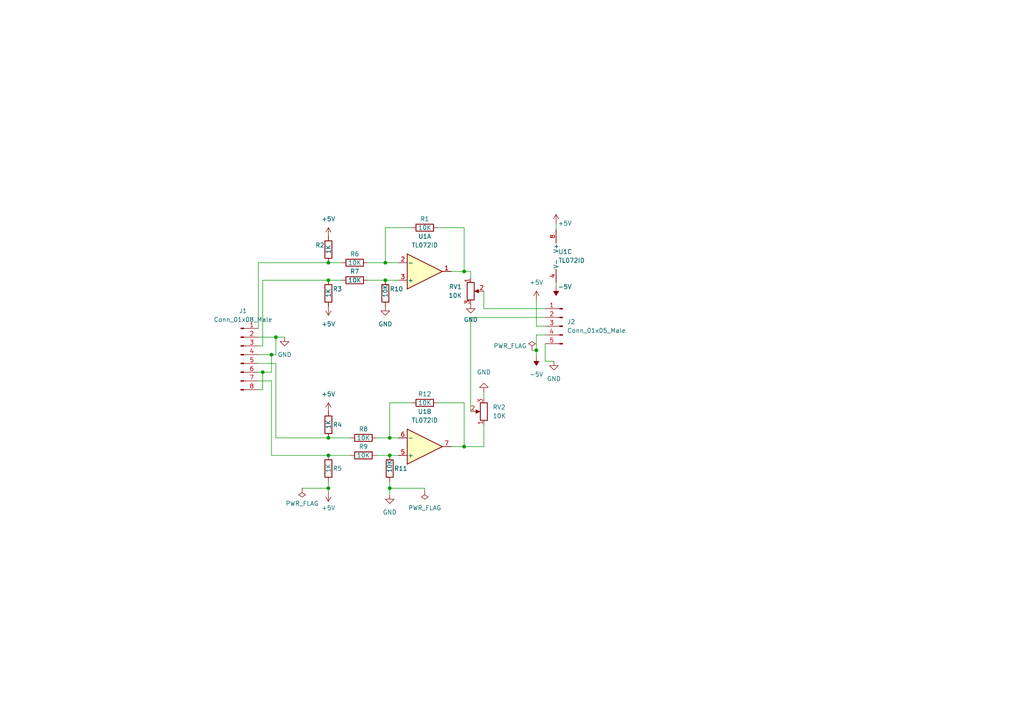
<source format=kicad_sch>
(kicad_sch (version 20211123) (generator eeschema)
  (paper "A4")
  (lib_symbols
    (symbol "Amplifier_Operational:TL072" (pin_names (offset 0.127))
      (property "Reference" "U" (at 0 5.08 0))
      (property "Value" "TL072" (at 0 -5.08 0))
      (symbol "TL072_1_1"
        (polyline (pts (xy -5.08 5.08) (xy 5.08 0) (xy -5.08 -5.08) (xy -5.08 5.08)) (stroke (width 0.254)) (fill (type background)))
        (pin output line (at 7.62 0 180) (length 2.54) (name "~") (number "1"))
        (pin input line (at -7.62 -2.54 0) (length 2.54) (name "-") (number "2"))
        (pin input line (at -7.62 2.54 0) (length 2.54) (name "+") (number "3"))
      )
      (symbol "TL072_2_1"
        (polyline (pts (xy -5.08 5.08) (xy 5.08 0) (xy -5.08 -5.08) (xy -5.08 5.08)) (stroke (width 0.254)) (fill (type background)))
        (pin input line (at -7.62 2.54 0) (length 2.54) (name "+") (number "5"))
        (pin input line (at -7.62 -2.54 0) (length 2.54) (name "-") (number "6"))
        (pin output line (at 7.62 0 180) (length 2.54) (name "~") (number "7"))
      )
      (symbol "TL072_3_1"
        (pin power_in line (at -2.54 -7.62 90) (length 3.81) (name "V-") (number "4"))
        (pin power_in line (at -2.54 7.62 270) (length 3.81) (name "V+") (number "8"))
      )
    )
    (symbol "Connector:Conn_01x05_Male" (pin_names (offset 1.016) hide)
      (property "Reference" "J" (at 0 7.62 0))
      (property "Value" "Conn_01x05_Male" (at 0 -7.62 0))
      (symbol "Conn_01x05_Male_1_1"
        (polyline (pts (xy 1.27 -5.08) (xy 0.8636 -5.08)) (stroke (width 0.1524)))
        (polyline (pts (xy 1.27 -2.54) (xy 0.8636 -2.54)) (stroke (width 0.1524)))
        (polyline (pts (xy 1.27 0) (xy 0.8636 0)) (stroke (width 0.1524)))
        (polyline (pts (xy 1.27 2.54) (xy 0.8636 2.54)) (stroke (width 0.1524)))
        (polyline (pts (xy 1.27 5.08) (xy 0.8636 5.08)) (stroke (width 0.1524)))
        (rectangle (start 0.8636 -4.953) (end 0 -5.207) (stroke (width 0.1524)) (fill (type outline)))
        (rectangle (start 0.8636 -2.413) (end 0 -2.667) (stroke (width 0.1524)) (fill (type outline)))
        (rectangle (start 0.8636 0.127) (end 0 -0.127) (stroke (width 0.1524)) (fill (type outline)))
        (rectangle (start 0.8636 2.667) (end 0 2.413) (stroke (width 0.1524)) (fill (type outline)))
        (rectangle (start 0.8636 5.207) (end 0 4.953) (stroke (width 0.1524)) (fill (type outline)))
        (pin passive line (at 5.08 5.08 180) (length 3.81) (name "Pin_1") (number "1"))
        (pin passive line (at 5.08 2.54 180) (length 3.81) (name "Pin_2") (number "2"))
        (pin passive line (at 5.08 0 180) (length 3.81) (name "Pin_3") (number "3"))
        (pin passive line (at 5.08 -2.54 180) (length 3.81) (name "Pin_4") (number "4"))
        (pin passive line (at 5.08 -5.08 180) (length 3.81) (name "Pin_5") (number "5"))
      )
    )
    (symbol "Connector:Conn_01x08_Male" (pin_names (offset 1.016) hide)
      (property "Reference" "J" (at 0 10.16 0))
      (property "Value" "Conn_01x08_Male" (at 0 -12.7 0))
      (symbol "Conn_01x08_Male_1_1"
        (polyline (pts (xy 1.27 -10.16) (xy 0.8636 -10.16)) (stroke (width 0.1524)))
        (polyline (pts (xy 1.27 -7.62) (xy 0.8636 -7.62)) (stroke (width 0.1524)))
        (polyline (pts (xy 1.27 -5.08) (xy 0.8636 -5.08)) (stroke (width 0.1524)))
        (polyline (pts (xy 1.27 -2.54) (xy 0.8636 -2.54)) (stroke (width 0.1524)))
        (polyline (pts (xy 1.27 0) (xy 0.8636 0)) (stroke (width 0.1524)))
        (polyline (pts (xy 1.27 2.54) (xy 0.8636 2.54)) (stroke (width 0.1524)))
        (polyline (pts (xy 1.27 5.08) (xy 0.8636 5.08)) (stroke (width 0.1524)))
        (polyline (pts (xy 1.27 7.62) (xy 0.8636 7.62)) (stroke (width 0.1524)))
        (rectangle (start 0.8636 -10.033) (end 0 -10.287) (stroke (width 0.1524)) (fill (type outline)))
        (rectangle (start 0.8636 -7.493) (end 0 -7.747) (stroke (width 0.1524)) (fill (type outline)))
        (rectangle (start 0.8636 -4.953) (end 0 -5.207) (stroke (width 0.1524)) (fill (type outline)))
        (rectangle (start 0.8636 -2.413) (end 0 -2.667) (stroke (width 0.1524)) (fill (type outline)))
        (rectangle (start 0.8636 0.127) (end 0 -0.127) (stroke (width 0.1524)) (fill (type outline)))
        (rectangle (start 0.8636 2.667) (end 0 2.413) (stroke (width 0.1524)) (fill (type outline)))
        (rectangle (start 0.8636 5.207) (end 0 4.953) (stroke (width 0.1524)) (fill (type outline)))
        (rectangle (start 0.8636 7.747) (end 0 7.493) (stroke (width 0.1524)) (fill (type outline)))
        (pin passive line (at 5.08 7.62 180) (length 3.81) (name "Pin_1") (number "1"))
        (pin passive line (at 5.08 5.08 180) (length 3.81) (name "Pin_2") (number "2"))
        (pin passive line (at 5.08 2.54 180) (length 3.81) (name "Pin_3") (number "3"))
        (pin passive line (at 5.08 0 180) (length 3.81) (name "Pin_4") (number "4"))
        (pin passive line (at 5.08 -2.54 180) (length 3.81) (name "Pin_5") (number "5"))
        (pin passive line (at 5.08 -5.08 180) (length 3.81) (name "Pin_6") (number "6"))
        (pin passive line (at 5.08 -7.62 180) (length 3.81) (name "Pin_7") (number "7"))
        (pin passive line (at 5.08 -10.16 180) (length 3.81) (name "Pin_8") (number "8"))
      )
    )
    (symbol "Device:R" (pin_numbers hide) (pin_names (offset 0))
      (property "Reference" "R" (at 2.032 0 90))
      (property "Value" "R" (at 0 0 90))
      (symbol "R_0_1"
        (rectangle (start -1.016 -2.54) (end 1.016 2.54) (stroke (width 0.254)))
      )
      (symbol "R_1_1"
        (pin passive line (at 0 3.81 270) (length 1.27) (name "~") (number "1"))
        (pin passive line (at 0 -3.81 90) (length 1.27) (name "~") (number "2"))
      )
    )
    (symbol "Device:R_Potentiometer" (pin_names (offset 1.016) hide)
      (property "Reference" "RV" (at -4.445 0 90))
      (property "Value" "R_Potentiometer" (at -2.54 0 90))
      (symbol "R_Potentiometer_0_1"
        (polyline (pts (xy 2.54 0) (xy 1.524 0)))
        (polyline (pts (xy 1.143 0) (xy 2.286 0.508) (xy 2.286 -0.508) (xy 1.143 0)) (fill (type outline)))
        (rectangle (start 1.016 2.54) (end -1.016 -2.54) (stroke (width 0.254)))
      )
      (symbol "R_Potentiometer_1_1"
        (pin passive line (at 0 3.81 270) (length 1.27) (name "1") (number "1"))
        (pin passive line (at 3.81 0 180) (length 1.27) (name "2") (number "2"))
        (pin passive line (at 0 -3.81 90) (length 1.27) (name "3") (number "3"))
      )
    )
    (symbol "power:+5V" (power) (pin_names (offset 0))
      (property "Value" "+5V" (at 0 3.556 0))
      (symbol "+5V_0_1"
        (polyline (pts (xy -0.762 1.27) (xy 0 2.54)))
        (polyline (pts (xy 0 0) (xy 0 2.54)))
        (polyline (pts (xy 0 2.54) (xy 0.762 1.27)))
      )
      (symbol "+5V_1_1"
        (pin power_in line (at 0 0 90) (length 0) hide (name "+5V") (number "1"))
      )
    )
    (symbol "power:-5V" (power) (pin_names (offset 0))
      (property "Value" "-5V" (at 0 3.81 0))
      (symbol "-5V_0_0"
        (pin power_in line (at 0 0 90) (length 0) hide (name "-5V") (number "1"))
      )
      (symbol "-5V_0_1"
        (polyline (pts (xy 0 0) (xy 0 1.27) (xy 0.762 1.27) (xy 0 2.54) (xy -0.762 1.27) (xy 0 1.27)) (fill (type outline)))
      )
    )
    (symbol "power:GND" (power) (pin_names (offset 0))
      (property "Value" "GND" (at 0 -3.81 0))
      (symbol "GND_0_1"
        (polyline (pts (xy 0 0) (xy 0 -1.27) (xy 1.27 -1.27) (xy 0 -2.54) (xy -1.27 -1.27) (xy 0 -1.27)))
      )
      (symbol "GND_1_1"
        (pin power_in line (at 0 0 270) (length 0) hide (name "GND") (number "1"))
      )
    )
    (symbol "power:PWR_FLAG" (power) (pin_numbers hide) (pin_names (offset 0) hide)
      (property "Value" "PWR_FLAG" (at 0 3.81 0))
      (symbol "PWR_FLAG_0_0"
        (pin power_out line (at 0 0 90) (length 0) (name "pwr") (number "1"))
      )
      (symbol "PWR_FLAG_0_1"
        (polyline (pts (xy 0 0) (xy 0 1.27) (xy -1.016 1.905) (xy 0 2.54) (xy 1.016 1.905) (xy 0 1.27)))
      )
    )
  )
  (junction (at 113.03 127))
  (junction (at 95.25 132.08))
  (junction (at 113.03 132.08))
  (junction (at 80.01 97.79))
  (junction (at 95.25 81.28))
  (junction (at 95.25 76.2))
  (junction (at 134.62 129.54))
  (junction (at 111.76 81.28))
  (junction (at 95.25 141.605))
  (junction (at 155.575 101.6))
  (junction (at 78.74 102.87))
  (junction (at 134.62 78.74))
  (junction (at 76.2 107.95))
  (junction (at 113.03 141.605))
  (junction (at 111.76 76.2))
  (junction (at 95.25 127))
  (wire (pts (xy 95.25 132.08) (xy 101.6 132.08)))
  (wire (pts (xy 80.01 105.41) (xy 74.93 105.41)))
  (wire (pts (xy 111.76 66.04) (xy 111.76 76.2)))
  (wire (pts (xy 76.2 107.95) (xy 78.74 107.95)))
  (wire (pts (xy 136.525 78.74) (xy 134.62 78.74)))
  (wire (pts (xy 127 66.04) (xy 134.62 66.04)))
  (wire (pts (xy 80.01 102.87) (xy 80.01 97.79)))
  (wire (pts (xy 113.03 141.605) (xy 123.19 141.605)))
  (wire (pts (xy 158.115 94.615) (xy 155.575 94.615)))
  (wire (pts (xy 134.62 116.84) (xy 134.62 129.54)))
  (wire (pts (xy 140.335 113.665) (xy 140.335 115.57)))
  (wire (pts (xy 87.63 141.605) (xy 95.25 141.605)))
  (wire (pts (xy 119.38 116.84) (xy 113.03 116.84)))
  (wire (pts (xy 155.575 101.6) (xy 155.575 103.505)))
  (wire (pts (xy 158.115 92.075) (xy 136.525 92.075)))
  (wire (pts (xy 95.25 127) (xy 101.6 127)))
  (wire (pts (xy 136.525 80.645) (xy 136.525 78.74)))
  (wire (pts (xy 113.03 127) (xy 115.57 127)))
  (wire (pts (xy 158.115 89.535) (xy 140.335 89.535)))
  (wire (pts (xy 109.22 132.08) (xy 113.03 132.08)))
  (wire (pts (xy 76.2 81.28) (xy 76.2 100.33)))
  (wire (pts (xy 158.115 97.155) (xy 155.575 97.155)))
  (wire (pts (xy 95.25 141.605) (xy 95.25 142.875)))
  (wire (pts (xy 106.68 76.2) (xy 111.76 76.2)))
  (wire (pts (xy 80.01 97.79) (xy 82.55 97.79)))
  (wire (pts (xy 130.81 78.74) (xy 134.62 78.74)))
  (wire (pts (xy 74.93 102.87) (xy 78.74 102.87)))
  (wire (pts (xy 109.22 127) (xy 113.03 127)))
  (wire (pts (xy 158.115 104.775) (xy 160.655 104.775)))
  (wire (pts (xy 134.62 129.54) (xy 140.335 129.54)))
  (wire (pts (xy 78.74 110.49) (xy 78.74 132.08)))
  (wire (pts (xy 78.74 107.95) (xy 78.74 102.87)))
  (wire (pts (xy 113.03 141.605) (xy 113.03 143.51)))
  (wire (pts (xy 80.01 127) (xy 95.25 127)))
  (wire (pts (xy 74.93 76.2) (xy 74.93 95.25)))
  (wire (pts (xy 95.25 76.2) (xy 74.93 76.2)))
  (wire (pts (xy 74.93 97.79) (xy 80.01 97.79)))
  (wire (pts (xy 111.76 76.2) (xy 115.57 76.2)))
  (wire (pts (xy 119.38 66.04) (xy 111.76 66.04)))
  (wire (pts (xy 111.76 81.28) (xy 115.57 81.28)))
  (wire (pts (xy 140.335 129.54) (xy 140.335 123.19)))
  (wire (pts (xy 76.2 113.03) (xy 76.2 107.95)))
  (wire (pts (xy 113.03 132.08) (xy 115.57 132.08)))
  (wire (pts (xy 123.19 141.605) (xy 123.19 142.24)))
  (wire (pts (xy 78.74 132.08) (xy 95.25 132.08)))
  (wire (pts (xy 161.29 64.77) (xy 161.29 66.675)))
  (wire (pts (xy 95.25 81.28) (xy 76.2 81.28)))
  (wire (pts (xy 158.115 99.695) (xy 158.115 104.775)))
  (wire (pts (xy 134.62 66.04) (xy 134.62 78.74)))
  (wire (pts (xy 74.93 107.95) (xy 76.2 107.95)))
  (wire (pts (xy 95.25 76.2) (xy 99.06 76.2)))
  (wire (pts (xy 113.03 116.84) (xy 113.03 127)))
  (wire (pts (xy 76.2 100.33) (xy 74.93 100.33)))
  (wire (pts (xy 74.93 113.03) (xy 76.2 113.03)))
  (wire (pts (xy 95.25 139.7) (xy 95.25 141.605)))
  (wire (pts (xy 140.335 84.455) (xy 140.335 89.535)))
  (wire (pts (xy 154.305 101.6) (xy 155.575 101.6)))
  (wire (pts (xy 113.03 139.7) (xy 113.03 141.605)))
  (wire (pts (xy 155.575 97.155) (xy 155.575 101.6)))
  (wire (pts (xy 106.68 81.28) (xy 111.76 81.28)))
  (wire (pts (xy 155.575 94.615) (xy 155.575 86.995)))
  (wire (pts (xy 74.93 110.49) (xy 78.74 110.49)))
  (wire (pts (xy 130.81 129.54) (xy 134.62 129.54)))
  (wire (pts (xy 80.01 127) (xy 80.01 105.41)))
  (wire (pts (xy 127 116.84) (xy 134.62 116.84)))
  (wire (pts (xy 95.25 81.28) (xy 99.06 81.28)))
  (wire (pts (xy 78.74 102.87) (xy 80.01 102.87)))
  (wire (pts (xy 161.29 81.915) (xy 161.29 83.185)))
  (wire (pts (xy 136.525 92.075) (xy 136.525 119.38)))
  (symbol (lib_id "Device:R") (at 102.87 81.28 90) (unit 1)
    (property "Reference" "R7" (at 102.87 78.74 90))
    (property "Value" "10K" (at 102.87 81.28 90))
    (property "Footprint" "Resistor_SMD:R_0805_2012Metric_Pad1.20x1.40mm_HandSolder" (effects hide))
  )
  (symbol (lib_id "power:+5V") (at 95.25 68.58 0) (unit 1)
    (property "Reference" "#PWR02" (effects hide))
    (property "Value" "+5V" (at 95.25 63.5 0))
  )
  (symbol (lib_id "Amplifier_Operational:TL072") (at 163.83 74.295 0) (unit 3)
    (property "Reference" "U1" (at 161.925 73.0249 0) (effects (justify left)))
    (property "Value" "TL072ID" (at 161.925 75.5649 0) (effects (justify left)))
    (property "Footprint" "Package_SO:SO-8_3.9x4.9mm_P1.27mm" (effects hide))
    (property "Datasheet" "http://www.ti.com/lit/ds/symlink/tl071.pdf" (effects hide))
  )
  (symbol (lib_id "power:GND") (at 140.335 113.665 180) (unit 1)
    (property "Reference" "#PWR?" (effects hide))
    (property "Value" "GND" (at 140.335 107.95 0))
  )
  (symbol (lib_id "Device:R_Potentiometer") (at 136.525 84.455 0) (unit 1)
    (property "Reference" "RV1" (at 133.985 83.1849 0) (effects (justify right)))
    (property "Value" "10K" (at 133.985 85.7249 0) (effects (justify right)))
    (property "Footprint" "Potentiometer_THT:Potentiometer_Bourns_3296W_Vertical" (effects hide))
  )
  (symbol (lib_id "Connector:Conn_01x05_Male") (at 163.195 94.615 0) (mirror y) (unit 1)
    (property "Reference" "J2" (at 164.465 93.3449 0) (effects (justify right)))
    (property "Value" "Conn_01x05_Male" (at 164.465 95.8849 0) (effects (justify right)))
    (property "Footprint" "Connector_PinSocket_2.54mm:PinSocket_1x05_P2.54mm_Vertical" (effects hide))
  )
  (symbol (lib_id "power:GND") (at 160.655 104.775 0) (unit 1)
    (property "Reference" "#PWR010" (effects hide))
    (property "Value" "GND" (at 160.655 109.855 0))
  )
  (symbol (lib_id "power:+5V") (at 161.29 64.77 0) (unit 1)
    (property "Reference" "#PWR0103" (effects hide))
    (property "Value" "+5V" (at 163.83 64.77 0))
  )
  (symbol (lib_id "power:PWR_FLAG") (at 154.305 101.6 0) (unit 1)
    (property "Reference" "#FLG0103" (effects hide))
    (property "Value" "PWR_FLAG" (at 147.955 100.33 0))
  )
  (symbol (lib_id "power:-5V") (at 161.29 83.185 180) (unit 1)
    (property "Reference" "#PWR0102" (effects hide))
    (property "Value" "-5V" (at 163.83 83.185 0))
  )
  (symbol (lib_id "power:GND") (at 136.525 88.265 0) (unit 1)
    (property "Reference" "#PWR?" (effects hide))
    (property "Value" "GND" (at 136.525 92.71 0))
  )
  (symbol (lib_id "Device:R") (at 113.03 135.89 180) (unit 1)
    (property "Reference" "R11" (at 114.3 135.89 0) (effects (justify right)))
    (property "Value" "10K" (at 113.03 137.16 90) (effects (justify right)))
    (property "Footprint" "Resistor_SMD:R_0805_2012Metric_Pad1.20x1.40mm_HandSolder" (effects hide))
  )
  (symbol (lib_id "power:-5V") (at 155.575 103.505 180) (unit 1)
    (property "Reference" "#PWR09" (effects hide))
    (property "Value" "-5V" (at 155.575 108.585 0))
  )
  (symbol (lib_id "Device:R") (at 105.41 127 270) (unit 1)
    (property "Reference" "R8" (at 105.41 124.46 90))
    (property "Value" "10K" (at 105.41 127 90))
    (property "Footprint" "Resistor_SMD:R_0805_2012Metric_Pad1.20x1.40mm_HandSolder" (effects hide))
  )
  (symbol (lib_id "power:+5V") (at 95.25 119.38 0) (unit 1)
    (property "Reference" "#PWR04" (effects hide))
    (property "Value" "+5V" (at 95.25 114.3 0))
  )
  (symbol (lib_id "Amplifier_Operational:TL072") (at 123.19 129.54 0) (mirror x) (unit 2)
    (property "Reference" "U1" (at 123.19 119.38 0))
    (property "Value" "TL072ID" (at 123.19 121.92 0))
    (property "Footprint" "Package_SO:SO-8_3.9x4.9mm_P1.27mm" (effects hide))
    (property "Datasheet" "http://www.ti.com/lit/ds/symlink/tl071.pdf" (effects hide))
  )
  (symbol (lib_id "Device:R") (at 95.25 85.09 0) (unit 1)
    (property "Reference" "R3" (at 96.52 83.82 0) (effects (justify left)))
    (property "Value" "1K" (at 95.25 86.36 90) (effects (justify left)))
    (property "Footprint" "Resistor_SMD:R_0805_2012Metric_Pad1.20x1.40mm_HandSolder" (effects hide))
  )
  (symbol (lib_id "power:+5V") (at 155.575 86.995 0) (unit 1)
    (property "Reference" "#PWR08" (effects hide))
    (property "Value" "+5V" (at 155.575 81.915 0))
  )
  (symbol (lib_id "Connector:Conn_01x08_Male") (at 69.85 102.87 0) (unit 1)
    (property "Reference" "J1" (at 70.485 90.17 0))
    (property "Value" "Conn_01x08_Male" (at 70.485 92.71 0))
    (property "Footprint" "Connector_PinSocket_2.54mm:PinSocket_1x08_P2.54mm_Vertical" (effects hide))
  )
  (symbol (lib_id "Device:R") (at 123.19 66.04 90) (unit 1)
    (property "Reference" "R1" (at 123.19 63.5 90))
    (property "Value" "10K" (at 123.19 66.04 90))
    (property "Footprint" "Resistor_SMD:R_0805_2012Metric_Pad1.20x1.40mm_HandSolder" (effects hide))
  )
  (symbol (lib_id "power:GND") (at 113.03 143.51 0) (unit 1)
    (property "Reference" "#PWR07" (effects hide))
    (property "Value" "GND" (at 113.03 148.59 0))
  )
  (symbol (lib_id "Device:R") (at 105.41 132.08 90) (unit 1)
    (property "Reference" "R9" (at 105.41 129.54 90))
    (property "Value" "10K" (at 105.41 132.08 90))
    (property "Footprint" "Resistor_SMD:R_0805_2012Metric_Pad1.20x1.40mm_HandSolder" (effects hide))
  )
  (symbol (lib_id "power:GND") (at 111.76 88.9 0) (unit 1)
    (property "Reference" "#PWR06" (effects hide))
    (property "Value" "GND" (at 111.76 93.98 0))
  )
  (symbol (lib_id "power:+5V") (at 95.25 142.875 180) (unit 1)
    (property "Reference" "#PWR0101" (effects hide))
    (property "Value" "+5V" (at 95.25 147.32 0))
  )
  (symbol (lib_id "power:+5V") (at 95.25 88.9 180) (unit 1)
    (property "Reference" "#PWR03" (effects hide))
    (property "Value" "+5V" (at 95.25 93.98 0))
  )
  (symbol (lib_id "Device:R") (at 123.19 116.84 90) (unit 1)
    (property "Reference" "R12" (at 123.19 114.3 90))
    (property "Value" "10K" (at 123.19 116.84 90))
    (property "Footprint" "Resistor_SMD:R_0805_2012Metric_Pad1.20x1.40mm_HandSolder" (effects hide))
  )
  (symbol (lib_id "power:GND") (at 82.55 97.79 0) (unit 1)
    (property "Reference" "#PWR01" (effects hide))
    (property "Value" "GND" (at 82.55 102.87 0))
  )
  (symbol (lib_id "Amplifier_Operational:TL072") (at 123.19 78.74 0) (mirror x) (unit 1)
    (property "Reference" "U1" (at 123.19 68.58 0))
    (property "Value" "TL072ID" (at 123.19 71.12 0))
    (property "Footprint" "Package_SO:SO-8_3.9x4.9mm_P1.27mm" (effects hide))
    (property "Datasheet" "http://www.ti.com/lit/ds/symlink/tl071.pdf" (effects hide))
  )
  (symbol (lib_id "Device:R_Potentiometer") (at 140.335 119.38 180) (unit 1)
    (property "Reference" "RV2" (at 142.875 118.1099 0) (effects (justify right)))
    (property "Value" "10K" (at 142.875 120.6499 0) (effects (justify right)))
    (property "Footprint" "Potentiometer_THT:Potentiometer_Bourns_3296W_Vertical" (effects hide))
  )
  (symbol (lib_id "Device:R") (at 95.25 72.39 0) (unit 1)
    (property "Reference" "R2" (at 91.44 71.12 0) (effects (justify left)))
    (property "Value" "1K" (at 95.25 73.66 90) (effects (justify left)))
    (property "Footprint" "Resistor_SMD:R_0805_2012Metric_Pad1.20x1.40mm_HandSolder" (effects hide))
  )
  (symbol (lib_id "Device:R") (at 111.76 85.09 180) (unit 1)
    (property "Reference" "R10" (at 113.03 83.82 0) (effects (justify right)))
    (property "Value" "10K" (at 111.76 86.36 90) (effects (justify right)))
    (property "Footprint" "Resistor_SMD:R_0805_2012Metric_Pad1.20x1.40mm_HandSolder" (effects hide))
  )
  (symbol (lib_id "Device:R") (at 95.25 123.19 0) (unit 1)
    (property "Reference" "R4" (at 96.52 123.19 0) (effects (justify left)))
    (property "Value" "1K" (at 95.25 124.46 90) (effects (justify left)))
    (property "Footprint" "Resistor_SMD:R_0805_2012Metric_Pad1.20x1.40mm_HandSolder" (effects hide))
  )
  (symbol (lib_id "Device:R") (at 102.87 76.2 90) (unit 1)
    (property "Reference" "R6" (at 102.87 73.66 90))
    (property "Value" "10K" (at 102.87 76.2 90))
    (property "Footprint" "Resistor_SMD:R_0805_2012Metric_Pad1.20x1.40mm_HandSolder" (effects hide))
  )
  (symbol (lib_id "Device:R") (at 95.25 135.89 0) (unit 1)
    (property "Reference" "R5" (at 96.52 135.89 0) (effects (justify left)))
    (property "Value" "1K" (at 95.25 137.16 90) (effects (justify left)))
    (property "Footprint" "Resistor_SMD:R_0805_2012Metric_Pad1.20x1.40mm_HandSolder" (effects hide))
  )
  (symbol (lib_id "power:PWR_FLAG") (at 87.63 141.605 180) (unit 1)
    (property "Reference" "#FLG0101" (effects hide))
    (property "Value" "PWR_FLAG" (at 87.63 146.05 0))
  )
  (symbol (lib_id "power:PWR_FLAG") (at 123.19 142.24 180) (unit 1)
    (property "Reference" "#FLG0102" (effects hide))
    (property "Value" "PWR_FLAG" (at 123.19 147.32 0))
  )
)
</source>
